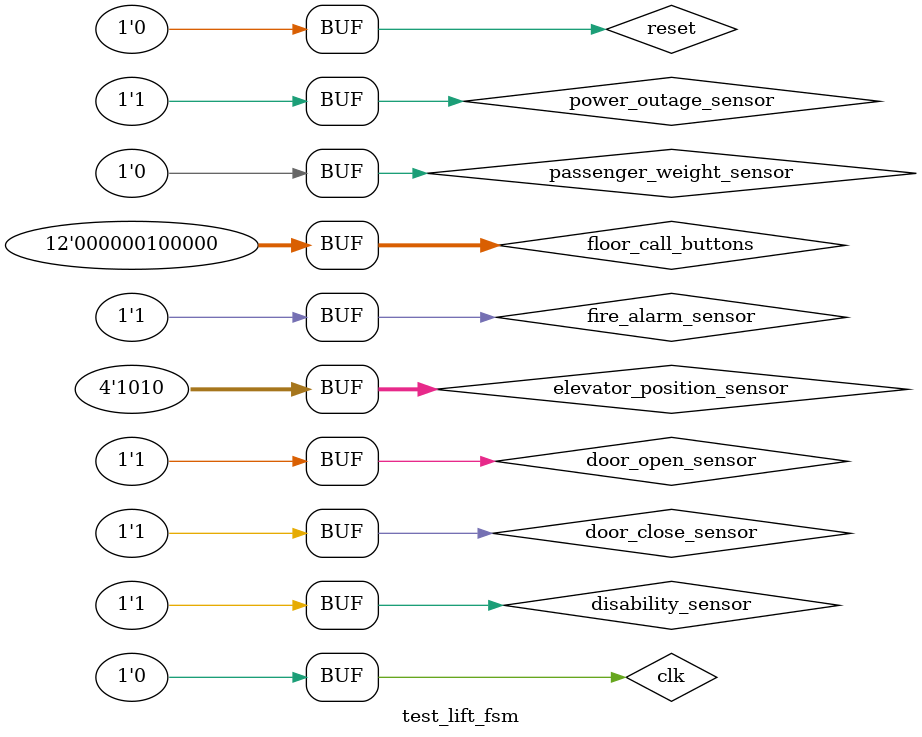
<source format=v>
module test_lift_fsm;

  // Inputs and outputs of the elevator FSM
  reg clk;
  reg reset;
  reg [11:0] floor_call_buttons;
  reg door_open_sensor;
  reg door_close_sensor;
  reg [3:0]elevator_position_sensor;
  reg passenger_weight_sensor;
  reg fire_alarm_sensor;
  reg power_outage_sensor;
  reg disability_sensor;
  wire elevator_motor_control;
  wire door_open_control;
  wire door_close_control;
  wire [11:0]floor_display;
  wire alarm_signal;
  wire emergency_mode_signal;

  // Elevator FSM instance
  lift_fsm dut (
    .clk(clk),
    .reset(reset),
    .floor_call_buttons(floor_call_buttons),
    .door_open_sensor(door_open_sensor),
    .door_close_sensor(door_close_sensor),
    .elevator_position_sensor(elevator_position_sensor),
    .passenger_weight_sensor(passenger_weight_sensor),
    .fire_alarm_sensor(fire_alarm_sensor),
    .power_outage_sensor(power_outage_sensor),
    .elevator_motor_control(elevator_motor_control),
    .door_open_control(door_open_control),
    .door_close_control(door_close_control),
    .floor_display(floor_display),
    .alarm_signal(alarm_signal),
    .emergency_mode_signal(emergency_mode_signal),
    .disability_sensor(disability_sensor)
  );

  // Test stimulus
  initial begin
    clk <= 1'b0;
    reset <= 1'b1;
    floor_call_buttons<=12'b000000000000;
    
    #10 reset <= 1'b0;

    // Test case 1: Elevator is idle and a call button is pressed
    power_outage_sensor<=1'b0;
    fire_alarm_sensor <= 1'b0;
    floor_call_buttons[0] <= 12'b000000000000;
    elevator_position_sensor<=4'b0000;
    door_open_sensor=1'b0;
    door_close_sensor=1'b0;
    power_outage_sensor<=1'b0;
    fire_alarm_sensor<=1'b0;
    disability_sensor<=1'b0;
    passenger_weight_sensor<=1'b0;
    #10;

    // Test case 2: Elevator is moving up to 5th floor and reaches the destination floor
     power_outage_sensor<=1'b0;
     fire_alarm_sensor <= 1'b0;
    floor_call_buttons[5] <= 12'b000000000101;
    door_open_sensor<=1'b1;
    door_close_sensor<=1'b0;
    elevator_position_sensor <= 4'b0101;
    disability_sensor<=1'b1;
    #10;

    // Test case 3: Elevator is moving down and reaches the destination floor
    power_outage_sensor<=1'b0;
    floor_call_buttons[10] <= 12'b000000001010;
    fire_alarm_sensor <= 1'b0;
    elevator_position_sensor <= 4'b1010;
    door_open_sensor<=1'b1;
    disability_sensor<=1'b0;

    #10;

    // Test case 4: Elevator doors are opening and all passengers have entered
     power_outage_sensor<=1'b0;
    fire_alarm_sensor <= 1'b0;
    door_open_sensor <= 1'b1;
    door_close_sensor<=1'b0;
    passenger_weight_sensor <= 1'b1;
    disability_sensor<=1'b1;
    #10;

    // Test case 5: Elevator doors are closing and all passengers have exited
    power_outage_sensor<=1'b0;
    fire_alarm_sensor <= 1'b0;
    door_close_sensor <= 1'b1;
    passenger_weight_sensor <= 1'b0;
    disability_sensor<=1'b1;
    #10;

    // Test case 6: Fire alarm is detected
    fire_alarm_sensor <= 1'b1;
    #10;

    // Test case 7: Power outage occurs
    power_outage_sensor <= 1'b1;
    #10;
   
    //Test case 8: Disability sensor activates
    disability_sensor<=1'b1;
  end

  // Monitor the outputs of the elevator FSM
  always @(posedge clk) begin
    $display("Motor control signal: %b", elevator_motor_control);
    $display("Door open control signal: %b", door_open_control);
    $display("Floor display: %b", floor_display);
    $display("Alarm signal: %b", alarm_signal);
    $display("Emergency mode signal: %b", emergency_mode_signal);
end

endmodule


</source>
